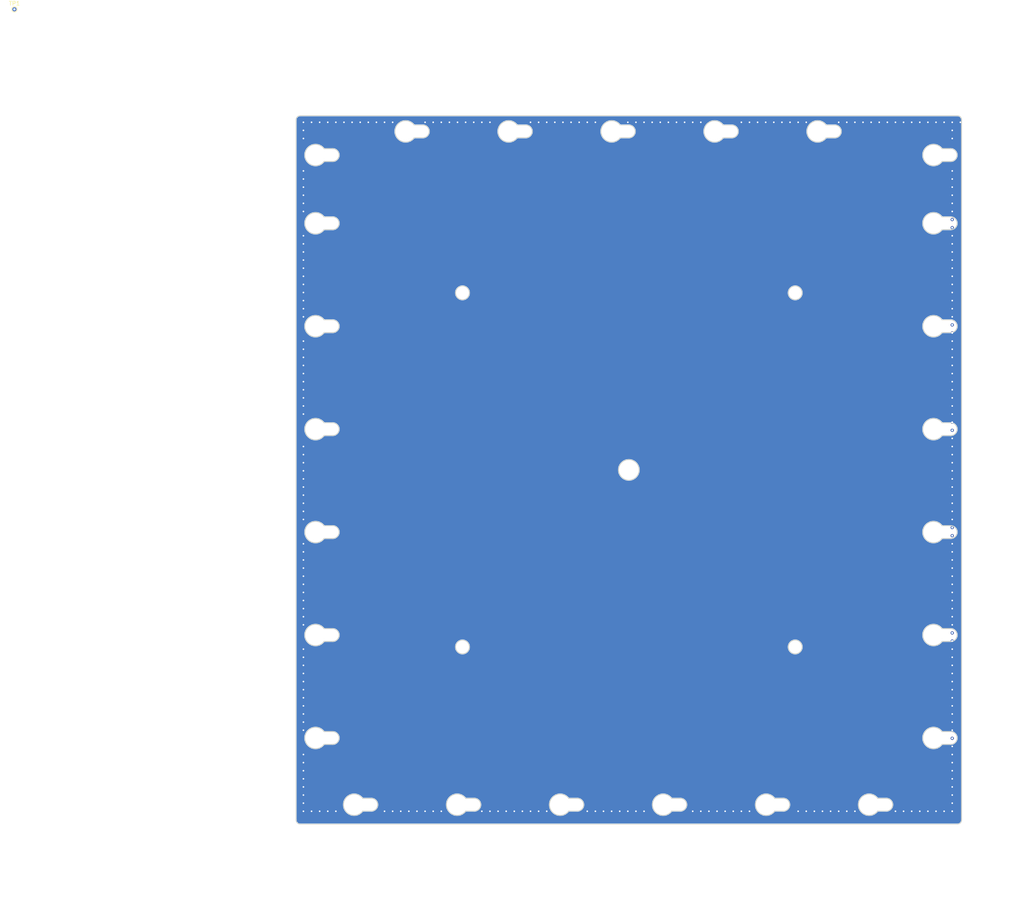
<source format=kicad_pcb>
(kicad_pcb (version 20221018) (generator pcbnew)
  (layers (0 "F.Cu" signal) (31 "B.Cu" signal) (34 "B.Paste" user) (35 "F.Paste" user) (36 "B.SilkS" user "B.Silkscreen") (37 "F.SilkS" user "F.Silkscreen") (38 "B.Mask" user) (39 "F.Mask" user) (44 "Edge.Cuts" user))
  (net 0 "")
  (net 1 "GND")
  (footprint "TestPoint:TestPoint_THTPad_D1.0mm_Drill0.5mm" (layer "F.Cu") (at -69.475 -27.275)
    (fp_text reference "TP1" (at 0 -1.448) (layer "F.SilkS"))
    (fp_text value "TestPoint")
    (fp_circle (center 0 0) (end 0 0.7) (stroke (width 0.12)) (fill none) (layer "F.SilkS"))
    (pad "1" thru_hole circle (at 0 0) (size 1 1) (drill 0.5) (layers "*.Cu" "*.Mask") (net 1 "GND"))
  )
  (gr_arc (start 1 173.745) (mid 0.292893 173.452107) (end 0 172.745) (stroke (width 0.25)) (layer "Edge.Cuts"))
  (gr_line (start 161.425 103.3075) (end 159.309373 103.3075) (stroke (width 0.25)) (layer "Edge.Cuts"))
  (gr_arc (start 118.034373 170.57) (mid 113.2625 168.9825) (end 118.034373 167.395) (stroke (width 0.25)) (layer "Edge.Cuts"))
  (gr_line (start 145.55 167.395) (end 143.434373 167.395) (stroke (width 0.25)) (layer "Edge.Cuts"))
  (gr_arc (start 120.15 167.395) (mid 121.7375 168.9825) (end 120.15 170.57) (stroke (width 0.25)) (layer "Edge.Cuts"))
  (gr_line (start 161.425 7.1) (end 159.309373 7.1) (stroke (width 0.25)) (layer "Edge.Cuts"))
  (gr_line (start 161.425 49.3325) (end 159.309373 49.3325) (stroke (width 0.25)) (layer "Edge.Cuts"))
  (gr_line (start 1 173.745) (end 163.1 173.745) (stroke (width 0.25)) (layer "Edge.Cuts"))
  (gr_line (start 0 0) (end 0 172.745) (stroke (width 0.25)) (layer "Edge.Cuts"))
  (gr_arc (start 18.55 167.395) (mid 20.1375 168.9825) (end 18.55 170.57) (stroke (width 0.25)) (layer "Edge.Cuts"))
  (gr_arc (start 67.234373 170.57) (mid 62.4625 168.9825) (end 67.234373 167.395) (stroke (width 0.25)) (layer "Edge.Cuts"))
  (gr_line (start 161.425 100.1325) (end 159.309373 100.1325) (stroke (width 0.25)) (layer "Edge.Cuts"))
  (gr_line (start 161.425 77.9075) (end 159.309373 77.9075) (stroke (width 0.25)) (layer "Edge.Cuts"))
  (gr_line (start 82.05 4.4375) (end 79.934373 4.4375) (stroke (width 0.25)) (layer "Edge.Cuts"))
  (gr_arc (start 161.425 7.1) (mid 163.0125 8.6875) (end 161.425 10.275) (stroke (width 0.25)) (layer "Edge.Cuts"))
  (gr_arc (start 9.025 100.1325) (mid 10.6125 101.72) (end 9.025 103.3075) (stroke (width 0.25)) (layer "Edge.Cuts"))
  (gr_line (start 161.425 74.7325) (end 159.309373 74.7325) (stroke (width 0.25)) (layer "Edge.Cuts"))
  (gr_line (start 9.025 23.9325) (end 6.909373 23.9325) (stroke (width 0.25)) (layer "Edge.Cuts"))
  (gr_line (start 1 -1) (end 163.1 -1) (stroke (width 0.25)) (layer "Edge.Cuts"))
  (gr_arc (start 6.909373 128.7075) (mid 2.1375 127.12) (end 6.909373 125.5325) (stroke (width 0.25)) (layer "Edge.Cuts"))
  (gr_line (start 9.025 49.3325) (end 6.909373 49.3325) (stroke (width 0.25)) (layer "Edge.Cuts"))
  (gr_line (start 9.025 27.1075) (end 6.909373 27.1075) (stroke (width 0.25)) (layer "Edge.Cuts"))
  (gr_arc (start 94.75 167.395) (mid 96.3375 168.9825) (end 94.75 170.57) (stroke (width 0.25)) (layer "Edge.Cuts"))
  (gr_arc (start 159.309373 27.1075) (mid 154.5375 25.52) (end 159.309373 23.9325) (stroke (width 0.25)) (layer "Edge.Cuts"))
  (gr_line (start 9.025 100.1325) (end 6.909373 100.1325) (stroke (width 0.25)) (layer "Edge.Cuts"))
  (gr_circle (center 123.075 130.05875) (end 124.8 130.05875) (stroke (width 0.25)) (fill none) (layer "Edge.Cuts"))
  (gr_arc (start 132.85 1.2625) (mid 134.4375 2.85) (end 132.85 4.4375) (stroke (width 0.25)) (layer "Edge.Cuts"))
  (gr_arc (start 6.909373 10.275) (mid 2.1375 8.6875) (end 6.909373 7.1) (stroke (width 0.25)) (layer "Edge.Cuts"))
  (gr_line (start 9.025 128.7075) (end 6.909373 128.7075) (stroke (width 0.25)) (layer "Edge.Cuts"))
  (gr_line (start 161.425 150.9325) (end 159.309373 150.9325) (stroke (width 0.25)) (layer "Edge.Cuts"))
  (gr_arc (start 6.909373 27.1075) (mid 2.1375 25.52) (end 6.909373 23.9325) (stroke (width 0.25)) (layer "Edge.Cuts"))
  (gr_line (start 161.425 10.275) (end 159.309373 10.275) (stroke (width 0.25)) (layer "Edge.Cuts"))
  (gr_arc (start 9.025 74.7325) (mid 10.6125 76.32) (end 9.025 77.9075) (stroke (width 0.25)) (layer "Edge.Cuts"))
  (gr_arc (start 9.025 125.5325) (mid 10.6125 127.12) (end 9.025 128.7075) (stroke (width 0.25)) (layer "Edge.Cuts"))
  (gr_line (start 31.25 4.4375) (end 29.134373 4.4375) (stroke (width 0.25)) (layer "Edge.Cuts"))
  (gr_line (start 161.425 23.9325) (end 159.309373 23.9325) (stroke (width 0.25)) (layer "Edge.Cuts"))
  (gr_line (start 43.95 167.395) (end 41.834373 167.395) (stroke (width 0.25)) (layer "Edge.Cuts"))
  (gr_line (start 31.25 1.2625) (end 29.134373 1.2625) (stroke (width 0.25)) (layer "Edge.Cuts"))
  (gr_arc (start 161.425 49.3325) (mid 163.0125 50.92) (end 161.425 52.5075) (stroke (width 0.25)) (layer "Edge.Cuts"))
  (gr_arc (start 92.634373 170.57) (mid 87.8625 168.9825) (end 92.634373 167.395) (stroke (width 0.25)) (layer "Edge.Cuts"))
  (gr_arc (start 163.1 -1) (mid 163.807107 -0.707107) (end 164.1 0) (stroke (width 0.25)) (layer "Edge.Cuts"))
  (gr_arc (start 161.425 74.7325) (mid 163.0125 76.32) (end 161.425 77.9075) (stroke (width 0.25)) (layer "Edge.Cuts"))
  (gr_line (start 18.55 170.57) (end 16.434373 170.57) (stroke (width 0.25)) (layer "Edge.Cuts"))
  (gr_circle (center 41.025 130.05875) (end 42.75 130.05875) (stroke (width 0.25)) (fill none) (layer "Edge.Cuts"))
  (gr_arc (start 130.734373 4.4375) (mid 125.9625 2.85) (end 130.734373 1.2625) (stroke (width 0.25)) (layer "Edge.Cuts"))
  (gr_line (start 161.425 128.7075) (end 159.309373 128.7075) (stroke (width 0.25)) (layer "Edge.Cuts"))
  (gr_line (start 82.05 1.2625) (end 79.934373 1.2625) (stroke (width 0.25)) (layer "Edge.Cuts"))
  (gr_arc (start 9.025 150.9325) (mid 10.6125 152.52) (end 9.025 154.1075) (stroke (width 0.25)) (layer "Edge.Cuts"))
  (gr_circle (center 123.075 42.68625) (end 124.8 42.68625) (stroke (width 0.25)) (fill none) (layer "Edge.Cuts"))
  (gr_line (start 9.025 154.1075) (end 6.909373 154.1075) (stroke (width 0.25)) (layer "Edge.Cuts"))
  (gr_arc (start 159.309373 77.9075) (mid 154.5375 76.32) (end 159.309373 74.7325) (stroke (width 0.25)) (layer "Edge.Cuts"))
  (gr_arc (start 69.35 167.395) (mid 70.9375 168.9825) (end 69.35 170.57) (stroke (width 0.25)) (layer "Edge.Cuts"))
  (gr_arc (start 105.334373 4.4375) (mid 100.5625 2.85) (end 105.334373 1.2625) (stroke (width 0.25)) (layer "Edge.Cuts"))
  (gr_circle (center 41.025 42.68625) (end 42.75 42.68625) (stroke (width 0.25)) (fill none) (layer "Edge.Cuts"))
  (gr_line (start 9.025 103.3075) (end 6.909373 103.3075) (stroke (width 0.25)) (layer "Edge.Cuts"))
  (gr_line (start 9.025 77.9075) (end 6.909373 77.9075) (stroke (width 0.25)) (layer "Edge.Cuts"))
  (gr_arc (start 159.309373 10.275) (mid 154.5375 8.6875) (end 159.309373 7.1) (stroke (width 0.25)) (layer "Edge.Cuts"))
  (gr_line (start 132.85 1.2625) (end 130.734373 1.2625) (stroke (width 0.25)) (layer "Edge.Cuts"))
  (gr_line (start 164.1 172.745) (end 164.1 0) (stroke (width 0.25)) (layer "Edge.Cuts"))
  (gr_line (start 9.025 7.1) (end 6.909373 7.1) (stroke (width 0.25)) (layer "Edge.Cuts"))
  (gr_line (start 9.025 150.9325) (end 6.909373 150.9325) (stroke (width 0.25)) (layer "Edge.Cuts"))
  (gr_line (start 9.025 125.5325) (end 6.909373 125.5325) (stroke (width 0.25)) (layer "Edge.Cuts"))
  (gr_line (start 94.75 167.395) (end 92.634373 167.395) (stroke (width 0.25)) (layer "Edge.Cuts"))
  (gr_arc (start 43.95 167.395) (mid 45.5375 168.9825) (end 43.95 170.57) (stroke (width 0.25)) (layer "Edge.Cuts"))
  (gr_arc (start 6.909373 77.9075) (mid 2.1375 76.32) (end 6.909373 74.7325) (stroke (width 0.25)) (layer "Edge.Cuts"))
  (gr_arc (start 143.434373 170.57) (mid 138.6625 168.9825) (end 143.434373 167.395) (stroke (width 0.25)) (layer "Edge.Cuts"))
  (gr_line (start 94.75 170.57) (end 92.634373 170.57) (stroke (width 0.25)) (layer "Edge.Cuts"))
  (gr_line (start 120.15 170.57) (end 118.034373 170.57) (stroke (width 0.25)) (layer "Edge.Cuts"))
  (gr_line (start 9.025 74.7325) (end 6.909373 74.7325) (stroke (width 0.25)) (layer "Edge.Cuts"))
  (gr_arc (start 161.425 150.9325) (mid 163.0125 152.52) (end 161.425 154.1075) (stroke (width 0.25)) (layer "Edge.Cuts"))
  (gr_arc (start 16.434373 170.57) (mid 11.6625 168.9825) (end 16.434373 167.395) (stroke (width 0.25)) (layer "Edge.Cuts"))
  (gr_line (start 132.85 4.4375) (end 130.734373 4.4375) (stroke (width 0.25)) (layer "Edge.Cuts"))
  (gr_line (start 107.45 4.4375) (end 105.334373 4.4375) (stroke (width 0.25)) (layer "Edge.Cuts"))
  (gr_arc (start 159.309373 103.3075) (mid 154.5375 101.72) (end 159.309373 100.1325) (stroke (width 0.25)) (layer "Edge.Cuts"))
  (gr_line (start 161.425 154.1075) (end 159.309373 154.1075) (stroke (width 0.25)) (layer "Edge.Cuts"))
  (gr_arc (start 79.934373 4.4375) (mid 75.1625 2.85) (end 79.934373 1.2625) (stroke (width 0.25)) (layer "Edge.Cuts"))
  (gr_arc (start 161.425 23.9325) (mid 163.0125 25.52) (end 161.425 27.1075) (stroke (width 0.25)) (layer "Edge.Cuts"))
  (gr_line (start 9.025 52.5075) (end 6.909373 52.5075) (stroke (width 0.25)) (layer "Edge.Cuts"))
  (gr_arc (start 161.425 100.1325) (mid 163.0125 101.72) (end 161.425 103.3075) (stroke (width 0.25)) (layer "Edge.Cuts"))
  (gr_line (start 161.425 52.5075) (end 159.309373 52.5075) (stroke (width 0.25)) (layer "Edge.Cuts"))
  (gr_line (start 161.425 27.1075) (end 159.309373 27.1075) (stroke (width 0.25)) (layer "Edge.Cuts"))
  (gr_arc (start 6.909373 103.3075) (mid 2.1375 101.72) (end 6.909373 100.1325) (stroke (width 0.25)) (layer "Edge.Cuts"))
  (gr_arc (start 41.834373 170.57) (mid 37.0625 168.9825) (end 41.834373 167.395) (stroke (width 0.25)) (layer "Edge.Cuts"))
  (gr_line (start 107.45 1.2625) (end 105.334373 1.2625) (stroke (width 0.25)) (layer "Edge.Cuts"))
  (gr_arc (start 6.909373 52.5075) (mid 2.1375 50.92) (end 6.909373 49.3325) (stroke (width 0.25)) (layer "Edge.Cuts"))
  (gr_line (start 43.95 170.57) (end 41.834373 170.57) (stroke (width 0.25)) (layer "Edge.Cuts"))
  (gr_arc (start 6.909373 154.1075) (mid 2.1375 152.52) (end 6.909373 150.9325) (stroke (width 0.25)) (layer "Edge.Cuts"))
  (gr_line (start 56.65 4.4375) (end 54.534373 4.4375) (stroke (width 0.25)) (layer "Edge.Cuts"))
  (gr_line (start 69.35 170.57) (end 67.234373 170.57) (stroke (width 0.25)) (layer "Edge.Cuts"))
  (gr_arc (start 31.25 1.2625) (mid 32.8375 2.85) (end 31.25 4.4375) (stroke (width 0.25)) (layer "Edge.Cuts"))
  (gr_arc (start 145.55 167.395) (mid 147.1375 168.9825) (end 145.55 170.57) (stroke (width 0.25)) (layer "Edge.Cuts"))
  (gr_arc (start 54.534373 4.4375) (mid 49.7625 2.85) (end 54.534373 1.2625) (stroke (width 0.25)) (layer "Edge.Cuts"))
  (gr_line (start 56.65 1.2625) (end 54.534373 1.2625) (stroke (width 0.25)) (layer "Edge.Cuts"))
  (gr_arc (start 9.025 7.1) (mid 10.6125 8.6875) (end 9.025 10.275) (stroke (width 0.25)) (layer "Edge.Cuts"))
  (gr_arc (start 159.309373 154.1075) (mid 154.5375 152.52) (end 159.309373 150.9325) (stroke (width 0.25)) (layer "Edge.Cuts"))
  (gr_arc (start 9.025 49.3325) (mid 10.6125 50.92) (end 9.025 52.5075) (stroke (width 0.25)) (layer "Edge.Cuts"))
  (gr_arc (start 107.45 1.2625) (mid 109.0375 2.85) (end 107.45 4.4375) (stroke (width 0.25)) (layer "Edge.Cuts"))
  (gr_arc (start 159.309373 128.7075) (mid 154.5375 127.12) (end 159.309373 125.5325) (stroke (width 0.25)) (layer "Edge.Cuts"))
  (gr_arc (start 29.134373 4.4375) (mid 24.3625 2.85) (end 29.134373 1.2625) (stroke (width 0.25)) (layer "Edge.Cuts"))
  (gr_arc (start 164.1 172.745) (mid 163.807107 173.452107) (end 163.1 173.745) (stroke (width 0.25)) (layer "Edge.Cuts"))
  (gr_line (start 69.35 167.395) (end 67.234373 167.395) (stroke (width 0.25)) (layer "Edge.Cuts"))
  (gr_arc (start 159.309373 52.5075) (mid 154.5375 50.92) (end 159.309373 49.3325) (stroke (width 0.25)) (layer "Edge.Cuts"))
  (gr_arc (start 82.05 1.2625) (mid 83.6375 2.85) (end 82.05 4.4375) (stroke (width 0.25)) (layer "Edge.Cuts"))
  (gr_line (start 161.425 125.5325) (end 159.309373 125.5325) (stroke (width 0.25)) (layer "Edge.Cuts"))
  (gr_line (start 9.025 10.275) (end 6.909373 10.275) (stroke (width 0.25)) (layer "Edge.Cuts"))
  (gr_line (start 18.55 167.395) (end 16.434373 167.395) (stroke (width 0.25)) (layer "Edge.Cuts"))
  (gr_arc (start 56.65 1.2625) (mid 58.2375 2.85) (end 56.65 4.4375) (stroke (width 0.25)) (layer "Edge.Cuts"))
  (gr_arc (start 0 0) (mid 0.292893 -0.707107) (end 1 -1) (stroke (width 0.25)) (layer "Edge.Cuts"))
  (gr_line (start 145.55 170.57) (end 143.434373 170.57) (stroke (width 0.25)) (layer "Edge.Cuts"))
  (gr_arc (start 9.025 23.9325) (mid 10.6125 25.52) (end 9.025 27.1075) (stroke (width 0.25)) (layer "Edge.Cuts"))
  (gr_line (start 120.15 167.395) (end 118.034373 167.395) (stroke (width 0.25)) (layer "Edge.Cuts"))
  (gr_circle (center 82.05 86.3725) (end 84.6027 86.3725) (stroke (width 0.25)) (fill none) (layer "Edge.Cuts"))
  (gr_arc (start 161.425 125.5325) (mid 163.0125 127.12) (end 161.425 128.7075) (stroke (width 0.25)) (layer "Edge.Cuts"))
  (via (at 161.8 110.6) (size 0.8) (drill 0.4) (layers "F.Cu" "B.Cu") (net 1))
  (via (at 57.8 0.6) (size 0.8) (drill 0.4) (layers "F.Cu" "B.Cu") (net 1))
  (via (at 133.8 0.6) (size 0.8) (drill 0.4) (layers "F.Cu" "B.Cu") (net 1))
  (via (at 141.8 0.6) (size 0.8) (drill 0.4) (layers "F.Cu" "B.Cu") (net 1))
  (via (at 95.8 0.6) (size 0.8) (drill 0.4) (layers "F.Cu" "B.Cu") (net 1))
  (via (at 1.8 94.6) (size 0.8) (drill 0.4) (layers "F.Cu" "B.Cu") (net 1))
  (via (at 1.8 104.6) (size 0.8) (drill 0.4) (layers "F.Cu" "B.Cu") (net 1))
  (via (at 21.8 0.6) (size 0.8) (drill 0.4) (layers "F.Cu" "B.Cu") (net 1))
  (via (at 145.8 0.6) (size 0.8) (drill 0.4) (layers "F.Cu" "B.Cu") (net 1))
  (via (at 1.8 2.6) (size 0.8) (drill 0.4) (layers "F.Cu" "B.Cu") (net 1))
  (via (at 161.8 30.6) (size 0.8) (drill 0.4) (layers "F.Cu" "B.Cu") (net 1))
  (via (at 1.8 64.6) (size 0.8) (drill 0.4) (layers "F.Cu" "B.Cu") (net 1))
  (via (at 1.8 12.6) (size 0.8) (drill 0.4) (layers "F.Cu" "B.Cu") (net 1))
  (via (at 81.8 170.6) (size 0.8) (drill 0.4) (layers "F.Cu" "B.Cu") (net 1))
  (via (at 97.8 0.6) (size 0.8) (drill 0.4) (layers "F.Cu" "B.Cu") (net 1))
  (via (at 37.8 0.6) (size 0.8) (drill 0.4) (layers "F.Cu" "B.Cu") (net 1))
  (via (at 161.8 72.6) (size 0.8) (drill 0.4) (layers "F.Cu" "B.Cu") (net 1))
  (via (at 161.8 12.6) (size 0.8) (drill 0.4) (layers "F.Cu" "B.Cu") (net 1))
  (via (at 5.8 170.6) (size 0.8) (drill 0.4) (layers "F.Cu" "B.Cu") (net 1))
  (via (at 161.8 96.6) (size 0.8) (drill 0.4) (layers "F.Cu" "B.Cu") (net 1))
  (via (at 99.8 0.6) (size 0.8) (drill 0.4) (layers "F.Cu" "B.Cu") (net 1))
  (via (at 1.8 112.6) (size 0.8) (drill 0.4) (layers "F.Cu" "B.Cu") (net 1))
  (via (at 161.8 88.6) (size 0.8) (drill 0.4) (layers "F.Cu" "B.Cu") (net 1))
  (via (at 1.8 16.6) (size 0.8) (drill 0.4) (layers "F.Cu" "B.Cu") (net 1))
  (via (at 147.8 170.6) (size 0.8) (drill 0.4) (layers "F.Cu" "B.Cu") (net 1))
  (via (at 149.8 170.6) (size 0.8) (drill 0.4) (layers "F.Cu" "B.Cu") (net 1))
  (via (at 35.8 170.6) (size 0.8) (drill 0.4) (layers "F.Cu" "B.Cu") (net 1))
  (via (at 161.8 86.6) (size 0.8) (drill 0.4) (layers "F.Cu" "B.Cu") (net 1))
  (via (at 161.8 20.6) (size 0.8) (drill 0.4) (layers "F.Cu" "B.Cu") (net 1))
  (via (at 85.8 170.6) (size 0.8) (drill 0.4) (layers "F.Cu" "B.Cu") (net 1))
  (via (at 1.8 170.6) (size 0.8) (drill 0.4) (layers "F.Cu" "B.Cu") (net 1))
  (via (at 161.8 32.6) (size 0.8) (drill 0.4) (layers "F.Cu" "B.Cu") (net 1))
  (via (at 101.8 170.6) (size 0.8) (drill 0.4) (layers "F.Cu" "B.Cu") (net 1))
  (via (at 161.8 170.6) (size 0.8) (drill 0.4) (layers "F.Cu" "B.Cu") (net 1))
  (via (at 97.8 170.6) (size 0.8) (drill 0.4) (layers "F.Cu" "B.Cu") (net 1))
  (via (at 63.8 0.6) (size 0.8) (drill 0.4) (layers "F.Cu" "B.Cu") (net 1))
  (via (at 1.8 134.6) (size 0.8) (drill 0.4) (layers "F.Cu" "B.Cu") (net 1))
  (via (at 1.8 144.6) (size 0.8) (drill 0.4) (layers "F.Cu" "B.Cu") (net 1))
  (via (at 161.8 66.6) (size 0.8) (drill 0.4) (layers "F.Cu" "B.Cu") (net 1))
  (via (at 161.8 52.6) (size 0.8) (drill 0.4) (layers "F.Cu" "B.Cu") (net 1))
  (via (at 1.8 28.6) (size 0.8) (drill 0.4) (layers "F.Cu" "B.Cu") (net 1))
  (via (at 1.8 82.6) (size 0.8) (drill 0.4) (layers "F.Cu" "B.Cu") (net 1))
  (via (at 161.8 78.6) (size 0.8) (drill 0.4) (layers "F.Cu" "B.Cu") (net 1))
  (via (at 1.8 60.6) (size 0.8) (drill 0.4) (layers "F.Cu" "B.Cu") (net 1))
  (via (at 151.8 0.6) (size 0.8) (drill 0.4) (layers "F.Cu" "B.Cu") (net 1))
  (via (at 161.8 26.6) (size 0.8) (drill 0.4) (layers "F.Cu" "B.Cu") (net 1))
  (via (at 161.8 112.6) (size 0.8) (drill 0.4) (layers "F.Cu" "B.Cu") (net 1))
  (via (at 1.8 4.6) (size 0.8) (drill 0.4) (layers "F.Cu" "B.Cu") (net 1))
  (via (at 91.8 0.6) (size 0.8) (drill 0.4) (layers "F.Cu" "B.Cu") (net 1))
  (via (at 19.8 0.6) (size 0.8) (drill 0.4) (layers "F.Cu" "B.Cu") (net 1))
  (via (at 1.8 54.6) (size 0.8) (drill 0.4) (layers "F.Cu" "B.Cu") (net 1))
  (via (at 161.8 70.6) (size 0.8) (drill 0.4) (layers "F.Cu" "B.Cu") (net 1))
  (via (at 1.8 70.6) (size 0.8) (drill 0.4) (layers "F.Cu" "B.Cu") (net 1))
  (via (at 157.8 0.6) (size 0.8) (drill 0.4) (layers "F.Cu" "B.Cu") (net 1))
  (via (at 135.8 0.6) (size 0.8) (drill 0.4) (layers "F.Cu" "B.Cu") (net 1))
  (via (at 47.8 170.6) (size 0.8) (drill 0.4) (layers "F.Cu" "B.Cu") (net 1))
  (via (at 43.8 0.6) (size 0.8) (drill 0.4) (layers "F.Cu" "B.Cu") (net 1))
  (via (at 161.8 22.6) (size 0.8) (drill 0.4) (layers "F.Cu" "B.Cu") (net 1))
  (via (at 115.8 0.6) (size 0.8) (drill 0.4) (layers "F.Cu" "B.Cu") (net 1))
  (via (at 161.8 160.6) (size 0.8) (drill 0.4) (layers "F.Cu" "B.Cu") (net 1))
  (via (at 161.8 34.6) (size 0.8) (drill 0.4) (layers "F.Cu" "B.Cu") (net 1))
  (via (at 161.8 154.6) (size 0.8) (drill 0.4) (layers "F.Cu" "B.Cu") (net 1))
  (via (at 15.8 0.6) (size 0.8) (drill 0.4) (layers "F.Cu" "B.Cu") (net 1))
  (via (at 1.8 88.6) (size 0.8) (drill 0.4) (layers "F.Cu" "B.Cu") (net 1))
  (via (at 103.8 170.6) (size 0.8) (drill 0.4) (layers "F.Cu" "B.Cu") (net 1))
  (via (at 161.8 126.6) (size 0.8) (drill 0.4) (layers "F.Cu" "B.Cu") (net 1))
  (via (at 9.8 0.6) (size 0.8) (drill 0.4) (layers "F.Cu" "B.Cu") (net 1))
  (via (at 161.8 144.6) (size 0.8) (drill 0.4) (layers "F.Cu" "B.Cu") (net 1))
  (via (at 135.8 170.6) (size 0.8) (drill 0.4) (layers "F.Cu" "B.Cu") (net 1))
  (via (at 161.8 24.6) (size 0.8) (drill 0.4) (layers "F.Cu" "B.Cu") (net 1))
  (via (at 1.8 124.6) (size 0.8) (drill 0.4) (layers "F.Cu" "B.Cu") (net 1))
  (via (at 1.8 156.6) (size 0.8) (drill 0.4) (layers "F.Cu" "B.Cu") (net 1))
  (via (at 161.8 56.6) (size 0.8) (drill 0.4) (layers "F.Cu" "B.Cu") (net 1))
  (via (at 75.8 170.6) (size 0.8) (drill 0.4) (layers "F.Cu" "B.Cu") (net 1))
  (via (at 161.8 28.6) (size 0.8) (drill 0.4) (layers "F.Cu" "B.Cu") (net 1))
  (via (at 161.8 114.6) (size 0.8) (drill 0.4) (layers "F.Cu" "B.Cu") (net 1))
  (via (at 161.8 84.6) (size 0.8) (drill 0.4) (layers "F.Cu" "B.Cu") (net 1))
  (via (at 111.8 170.6) (size 0.8) (drill 0.4) (layers "F.Cu" "B.Cu") (net 1))
  (via (at 161.8 68.6) (size 0.8) (drill 0.4) (layers "F.Cu" "B.Cu") (net 1))
  (via (at 1.8 86.6) (size 0.8) (drill 0.4) (layers "F.Cu" "B.Cu") (net 1))
  (via (at 109.8 0.6) (size 0.8) (drill 0.4) (layers "F.Cu" "B.Cu") (net 1))
  (via (at 127.8 170.6) (size 0.8) (drill 0.4) (layers "F.Cu" "B.Cu") (net 1))
  (via (at 133.8 170.6) (size 0.8) (drill 0.4) (layers "F.Cu" "B.Cu") (net 1))
  (via (at 143.8 0.6) (size 0.8) (drill 0.4) (layers "F.Cu" "B.Cu") (net 1))
  (via (at 89.8 0.6) (size 0.8) (drill 0.4) (layers "F.Cu" "B.Cu") (net 1))
  (via (at 161.8 44.6) (size 0.8) (drill 0.4) (layers "F.Cu" "B.Cu") (net 1))
  (via (at 161.8 38.6) (size 0.8) (drill 0.4) (layers "F.Cu" "B.Cu") (net 1))
  (via (at 161.8 146.6) (size 0.8) (drill 0.4) (layers "F.Cu" "B.Cu") (net 1))
  (via (at 161.8 122.6) (size 0.8) (drill 0.4) (layers "F.Cu" "B.Cu") (net 1))
  (via (at 73.8 170.6) (size 0.8) (drill 0.4) (layers "F.Cu" "B.Cu") (net 1))
  (via (at 1.8 44.6) (size 0.8) (drill 0.4) (layers "F.Cu" "B.Cu") (net 1))
  (via (at 9.8 170.6) (size 0.8) (drill 0.4) (layers "F.Cu" "B.Cu") (net 1))
  (via (at 161.8 4.6) (size 0.8) (drill 0.4) (layers "F.Cu" "B.Cu") (net 1))
  (via (at 1.8 132.6) (size 0.8) (drill 0.4) (layers "F.Cu" "B.Cu") (net 1))
  (via (at 161.8 150.6) (size 0.8) (drill 0.4) (layers "F.Cu" "B.Cu") (net 1))
  (via (at 1.8 148.6) (size 0.8) (drill 0.4) (layers "F.Cu" "B.Cu") (net 1))
  (via (at 45.8 170.6) (size 0.8) (drill 0.4) (layers "F.Cu" "B.Cu") (net 1))
  (via (at 1.8 150.6) (size 0.8) (drill 0.4) (layers "F.Cu" "B.Cu") (net 1))
  (via (at 161.8 138.6) (size 0.8) (drill 0.4) (layers "F.Cu" "B.Cu") (net 1))
  (via (at 79.8 170.6) (size 0.8) (drill 0.4) (layers "F.Cu" "B.Cu") (net 1))
  (via (at 161.8 54.6) (size 0.8) (drill 0.4) (layers "F.Cu" "B.Cu") (net 1))
  (via (at 99.8 170.6) (size 0.8) (drill 0.4) (layers "F.Cu" "B.Cu") (net 1))
  (via (at 1.8 122.6) (size 0.8) (drill 0.4) (layers "F.Cu" "B.Cu") (net 1))
  (via (at 105.8 170.6) (size 0.8) (drill 0.4) (layers "F.Cu" "B.Cu") (net 1))
  (via (at 1.8 80.6) (size 0.8) (drill 0.4) (layers "F.Cu" "B.Cu") (net 1))
  (via (at 129.8 170.6) (size 0.8) (drill 0.4) (layers "F.Cu" "B.Cu") (net 1))
  (via (at 161.8 128.6) (size 0.8) (drill 0.4) (layers "F.Cu" "B.Cu") (net 1))
  (via (at 151.8 170.6) (size 0.8) (drill 0.4) (layers "F.Cu" "B.Cu") (net 1))
  (via (at 13.8 0.6) (size 0.8) (drill 0.4) (layers "F.Cu" "B.Cu") (net 1))
  (via (at 161.8 166.6) (size 0.8) (drill 0.4) (layers "F.Cu" "B.Cu") (net 1))
  (via (at 1.8 168.6) (size 0.8) (drill 0.4) (layers "F.Cu" "B.Cu") (net 1))
  (via (at 1.8 114.6) (size 0.8) (drill 0.4) (layers "F.Cu" "B.Cu") (net 1))
  (via (at 1.8 138.6) (size 0.8) (drill 0.4) (layers "F.Cu" "B.Cu") (net 1))
  (via (at 161.8 82.6) (size 0.8) (drill 0.4) (layers "F.Cu" "B.Cu") (net 1))
  (via (at 161.8 36.6) (size 0.8) (drill 0.4) (layers "F.Cu" "B.Cu") (net 1))
  (via (at 119.8 0.6) (size 0.8) (drill 0.4) (layers "F.Cu" "B.Cu") (net 1))
  (via (at 1.8 0.6) (size 0.8) (drill 0.4) (layers "F.Cu" "B.Cu") (net 1))
  (via (at 41.8 0.6) (size 0.8) (drill 0.4) (layers "F.Cu" "B.Cu") (net 1))
  (via (at 161.8 116.6) (size 0.8) (drill 0.4) (layers "F.Cu" "B.Cu") (net 1))
  (via (at 1.8 160.6) (size 0.8) (drill 0.4) (layers "F.Cu" "B.Cu") (net 1))
  (via (at 33.8 170.6) (size 0.8) (drill 0.4) (layers "F.Cu" "B.Cu") (net 1))
  (via (at 1.8 40.6) (size 0.8) (drill 0.4) (layers "F.Cu" "B.Cu") (net 1))
  (via (at 81.8 0.6) (size 0.8) (drill 0.4) (layers "F.Cu" "B.Cu") (net 1))
  (via (at 1.8 34.6) (size 0.8) (drill 0.4) (layers "F.Cu" "B.Cu") (net 1))
  (via (at 161.8 60.6) (size 0.8) (drill 0.4) (layers "F.Cu" "B.Cu") (net 1))
  (via (at 161.8 40.6) (size 0.8) (drill 0.4) (layers "F.Cu" "B.Cu") (net 1))
  (via (at 1.8 66.6) (size 0.8) (drill 0.4) (layers "F.Cu" "B.Cu") (net 1))
  (via (at 69.8 0.6) (size 0.8) (drill 0.4) (layers "F.Cu" "B.Cu") (net 1))
  (via (at 31.8 0.6) (size 0.8) (drill 0.4) (layers "F.Cu" "B.Cu") (net 1))
  (via (at 159.8 170.6) (size 0.8) (drill 0.4) (layers "F.Cu" "B.Cu") (net 1))
  (via (at 161.8 16.6) (size 0.8) (drill 0.4) (layers "F.Cu" "B.Cu") (net 1))
  (via (at 161.8 158.6) (size 0.8) (drill 0.4) (layers "F.Cu" "B.Cu") (net 1))
  (via (at 137.8 0.6) (size 0.8) (drill 0.4) (layers "F.Cu" "B.Cu") (net 1))
  (via (at 161.8 74.6) (size 0.8) (drill 0.4) (layers "F.Cu" "B.Cu") (net 1))
  (via (at 77.8 170.6) (size 0.8) (drill 0.4) (layers "F.Cu" "B.Cu") (net 1))
  (via (at 1.8 108.6) (size 0.8) (drill 0.4) (layers "F.Cu" "B.Cu") (net 1))
  (via (at 1.8 106.6) (size 0.8) (drill 0.4) (layers "F.Cu" "B.Cu") (net 1))
  (via (at 1.8 146.6) (size 0.8) (drill 0.4) (layers "F.Cu" "B.Cu") (net 1))
  (via (at 123.8 0.6) (size 0.8) (drill 0.4) (layers "F.Cu" "B.Cu") (net 1))
  (via (at 57.8 170.6) (size 0.8) (drill 0.4) (layers "F.Cu" "B.Cu") (net 1))
  (via (at 1.8 142.6) (size 0.8) (drill 0.4) (layers "F.Cu" "B.Cu") (net 1))
  (via (at 161.8 120.6) (size 0.8) (drill 0.4) (layers "F.Cu" "B.Cu") (net 1))
  (via (at 1.8 118.6) (size 0.8) (drill 0.4) (layers "F.Cu" "B.Cu") (net 1))
  (via (at 27.8 170.6) (size 0.8) (drill 0.4) (layers "F.Cu" "B.Cu") (net 1))
  (via (at 161.8 104.6) (size 0.8) (drill 0.4) (layers "F.Cu" "B.Cu") (net 1))
  (via (at 1.8 20.6) (size 0.8) (drill 0.4) (layers "F.Cu" "B.Cu") (net 1))
  (via (at 1.8 158.6) (size 0.8) (drill 0.4) (layers "F.Cu" "B.Cu") (net 1))
  (via (at 1.8 30.6) (size 0.8) (drill 0.4) (layers "F.Cu" "B.Cu") (net 1))
  (via (at 5.8 0.6) (size 0.8) (drill 0.4) (layers "F.Cu" "B.Cu") (net 1))
  (via (at 161.8 162.6) (size 0.8) (drill 0.4) (layers "F.Cu" "B.Cu") (net 1))
  (via (at 67.8 0.6) (size 0.8) (drill 0.4) (layers "F.Cu" "B.Cu") (net 1))
  (via (at 55.8 170.6) (size 0.8) (drill 0.4) (layers "F.Cu" "B.Cu") (net 1))
  (via (at 153.8 170.6) (size 0.8) (drill 0.4) (layers "F.Cu" "B.Cu") (net 1))
  (via (at 161.8 156.6) (size 0.8) (drill 0.4) (layers "F.Cu" "B.Cu") (net 1))
  (via (at 161.8 140.6) (size 0.8) (drill 0.4) (layers "F.Cu" "B.Cu") (net 1))
  (via (at 147.8 0.6) (size 0.8) (drill 0.4) (layers "F.Cu" "B.Cu") (net 1))
  (via (at 161.8 168.6) (size 0.8) (drill 0.4) (layers "F.Cu" "B.Cu") (net 1))
  (via (at 109.8 170.6) (size 0.8) (drill 0.4) (layers "F.Cu" "B.Cu") (net 1))
  (via (at 1.8 36.6) (size 0.8) (drill 0.4) (layers "F.Cu" "B.Cu") (net 1))
  (via (at 83.8 170.6) (size 0.8) (drill 0.4) (layers "F.Cu" "B.Cu") (net 1))
  (via (at 39.8 0.6) (size 0.8) (drill 0.4) (layers "F.Cu" "B.Cu") (net 1))
  (via (at 161.8 94.6) (size 0.8) (drill 0.4) (layers "F.Cu" "B.Cu") (net 1))
  (via (at 123.8 170.6) (size 0.8) (drill 0.4) (layers "F.Cu" "B.Cu") (net 1))
  (via (at 1.8 58.6) (size 0.8) (drill 0.4) (layers "F.Cu" "B.Cu") (net 1))
  (via (at 51.8 170.6) (size 0.8) (drill 0.4) (layers "F.Cu" "B.Cu") (net 1))
  (via (at 161.8 98.6) (size 0.8) (drill 0.4) (layers "F.Cu" "B.Cu") (net 1))
  (via (at 161.8 50.6) (size 0.8) (drill 0.4) (layers "F.Cu" "B.Cu") (net 1))
  (via (at 163.8 0.6) (size 0.8) (drill 0.4) (layers "F.Cu" "B.Cu") (net 1))
  (via (at 25.8 170.6) (size 0.8) (drill 0.4) (layers "F.Cu" "B.Cu") (net 1))
  (via (at 1.8 162.6) (size 0.8) (drill 0.4) (layers "F.Cu" "B.Cu") (net 1))
  (via (at 23.8 0.6) (size 0.8) (drill 0.4) (layers "F.Cu" "B.Cu") (net 1))
  (via (at 121.8 0.6) (size 0.8) (drill 0.4) (layers "F.Cu" "B.Cu") (net 1))
  (via (at 1.8 14.6) (size 0.8) (drill 0.4) (layers "F.Cu" "B.Cu") (net 1))
  (via (at 111.8 0.6) (size 0.8) (drill 0.4) (layers "F.Cu" "B.Cu") (net 1))
  (via (at 153.8 0.6) (size 0.8) (drill 0.4) (layers "F.Cu" "B.Cu") (net 1))
  (via (at 1.8 62.6) (size 0.8) (drill 0.4) (layers "F.Cu" "B.Cu") (net 1))
  (via (at 1.8 96.6) (size 0.8) (drill 0.4) (layers "F.Cu" "B.Cu") (net 1))
  (via (at 7.8 0.6) (size 0.8) (drill 0.4) (layers "F.Cu" "B.Cu") (net 1))
  (via (at 161.8 90.6) (size 0.8) (drill 0.4) (layers "F.Cu" "B.Cu") (net 1))
  (via (at 1.8 130.6) (size 0.8) (drill 0.4) (layers "F.Cu" "B.Cu") (net 1))
  (via (at 1.8 136.6) (size 0.8) (drill 0.4) (layers "F.Cu" "B.Cu") (net 1))
  (via (at 161.8 42.6) (size 0.8) (drill 0.4) (layers "F.Cu" "B.Cu") (net 1))
  (via (at 161.8 0.6) (size 0.8) (drill 0.4) (layers "F.Cu" "B.Cu") (net 1))
  (via (at 47.8 0.6) (size 0.8) (drill 0.4) (layers "F.Cu" "B.Cu") (net 1))
  (via (at 1.8 116.6) (size 0.8) (drill 0.4) (layers "F.Cu" "B.Cu") (net 1))
  (via (at 161.8 2.6) (size 0.8) (drill 0.4) (layers "F.Cu" "B.Cu") (net 1))
  (via (at 45.8 0.6) (size 0.8) (drill 0.4) (layers "F.Cu" "B.Cu") (net 1))
  (via (at 1.8 110.6) (size 0.8) (drill 0.4) (layers "F.Cu" "B.Cu") (net 1))
  (via (at 117.8 0.6) (size 0.8) (drill 0.4) (layers "F.Cu" "B.Cu") (net 1))
  (via (at 87.8 0.6) (size 0.8) (drill 0.4) (layers "F.Cu" "B.Cu") (net 1))
  (via (at 1.8 18.6) (size 0.8) (drill 0.4) (layers "F.Cu" "B.Cu") (net 1))
  (via (at 1.8 166.6) (size 0.8) (drill 0.4) (layers "F.Cu" "B.Cu") (net 1))
  (via (at 59.8 170.6) (size 0.8) (drill 0.4) (layers "F.Cu" "B.Cu") (net 1))
  (via (at 137.8 170.6) (size 0.8) (drill 0.4) (layers "F.Cu" "B.Cu") (net 1))
  (via (at 161.8 80.6) (size 0.8) (drill 0.4) (layers "F.Cu" "B.Cu") (net 1))
  (via (at 1.8 22.6) (size 0.8) (drill 0.4) (layers "F.Cu" "B.Cu") (net 1))
  (via (at 1.8 90.6) (size 0.8) (drill 0.4) (layers "F.Cu" "B.Cu") (net 1))
  (via (at 161.8 48.6) (size 0.8) (drill 0.4) (layers "F.Cu" "B.Cu") (net 1))
  (via (at 53.8 170.6) (size 0.8) (drill 0.4) (layers "F.Cu" "B.Cu") (net 1))
  (via (at 125.8 0.6) (size 0.8) (drill 0.4) (layers "F.Cu" "B.Cu") (net 1))
  (via (at 1.8 140.6) (size 0.8) (drill 0.4) (layers "F.Cu" "B.Cu") (net 1))
  (via (at 161.8 14.6) (size 0.8) (drill 0.4) (layers "F.Cu" "B.Cu") (net 1))
  (via (at 161.8 58.6) (size 0.8) (drill 0.4) (layers "F.Cu" "B.Cu") (net 1))
  (via (at 161.8 100.6) (size 0.8) (drill 0.4) (layers "F.Cu" "B.Cu") (net 1))
  (via (at 85.8 0.6) (size 0.8) (drill 0.4) (layers "F.Cu" "B.Cu") (net 1))
  (via (at 161.8 142.6) (size 0.8) (drill 0.4) (layers "F.Cu" "B.Cu") (net 1))
  (via (at 159.8 0.6) (size 0.8) (drill 0.4) (layers "F.Cu" "B.Cu") (net 1))
  (via (at 3.8 170.6) (size 0.8) (drill 0.4) (layers "F.Cu" "B.Cu") (net 1))
  (via (at 161.8 130.6) (size 0.8) (drill 0.4) (layers "F.Cu" "B.Cu") (net 1))
  (via (at 11.8 0.6) (size 0.8) (drill 0.4) (layers "F.Cu" "B.Cu") (net 1))
  (via (at 1.8 48.6) (size 0.8) (drill 0.4) (layers "F.Cu" "B.Cu") (net 1))
  (via (at 1.8 32.6) (size 0.8) (drill 0.4) (layers "F.Cu" "B.Cu") (net 1))
  (via (at 1.8 72.6) (size 0.8) (drill 0.4) (layers "F.Cu" "B.Cu") (net 1))
  (via (at 71.8 0.6) (size 0.8) (drill 0.4) (layers "F.Cu" "B.Cu") (net 1))
  (via (at 149.8 0.6) (size 0.8) (drill 0.4) (layers "F.Cu" "B.Cu") (net 1))
  (via (at 155.8 170.6) (size 0.8) (drill 0.4) (layers "F.Cu" "B.Cu") (net 1))
  (via (at 161.8 106.6) (size 0.8) (drill 0.4) (layers "F.Cu" "B.Cu") (net 1))
  (via (at 161.8 124.6) (size 0.8) (drill 0.4) (layers "F.Cu" "B.Cu") (net 1))
  (via (at 157.8 170.6) (size 0.8) (drill 0.4) (layers "F.Cu" "B.Cu") (net 1))
  (via (at 161.8 46.6) (size 0.8) (drill 0.4) (layers "F.Cu" "B.Cu") (net 1))
  (via (at 65.8 0.6) (size 0.8) (drill 0.4) (layers "F.Cu" "B.Cu") (net 1))
  (via (at 161.8 92.6) (size 0.8) (drill 0.4) (layers "F.Cu" "B.Cu") (net 1))
  (via (at 83.8 0.6) (size 0.8) (drill 0.4) (layers "F.Cu" "B.Cu") (net 1))
  (via (at 161.8 18.6) (size 0.8) (drill 0.4) (layers "F.Cu" "B.Cu") (net 1))
  (via (at 23.8 170.6) (size 0.8) (drill 0.4) (layers "F.Cu" "B.Cu") (net 1))
  (via (at 161.8 76.6) (size 0.8) (drill 0.4) (layers "F.Cu" "B.Cu") (net 1))
  (via (at 113.8 0.6) (size 0.8) (drill 0.4) (layers "F.Cu" "B.Cu") (net 1))
  (via (at 131.8 170.6) (size 0.8) (drill 0.4) (layers "F.Cu" "B.Cu") (net 1))
  (via (at 161.8 148.6) (size 0.8) (drill 0.4) (layers "F.Cu" "B.Cu") (net 1))
  (via (at 49.8 170.6) (size 0.8) (drill 0.4) (layers "F.Cu" "B.Cu") (net 1))
  (via (at 161.8 164.6) (size 0.8) (drill 0.4) (layers "F.Cu" "B.Cu") (net 1))
  (via (at 29.8 170.6) (size 0.8) (drill 0.4) (layers "F.Cu" "B.Cu") (net 1))
  (via (at 155.8 0.6) (size 0.8) (drill 0.4) (layers "F.Cu" "B.Cu") (net 1))
  (via (at 161.8 170.6) (size 0.8) (drill 0.4) (layers "F.Cu" "B.Cu") (net 1))
  (via (at 1.8 46.6) (size 0.8) (drill 0.4) (layers "F.Cu" "B.Cu") (net 1))
  (via (at 61.8 170.6) (size 0.8) (drill 0.4) (layers "F.Cu" "B.Cu") (net 1))
  (via (at 1.8 98.6) (size 0.8) (drill 0.4) (layers "F.Cu" "B.Cu") (net 1))
  (via (at 1.8 38.6) (size 0.8) (drill 0.4) (layers "F.Cu" "B.Cu") (net 1))
  (via (at 161.8 108.6) (size 0.8) (drill 0.4) (layers "F.Cu" "B.Cu") (net 1))
  (via (at 161.8 136.6) (size 0.8) (drill 0.4) (layers "F.Cu" "B.Cu") (net 1))
  (via (at 161.8 64.6) (size 0.8) (drill 0.4) (layers "F.Cu" "B.Cu") (net 1))
  (via (at 161.8 118.6) (size 0.8) (drill 0.4) (layers "F.Cu" "B.Cu") (net 1))
  (via (at 61.8 0.6) (size 0.8) (drill 0.4) (layers "F.Cu" "B.Cu") (net 1))
  (via (at 21.8 170.6) (size 0.8) (drill 0.4) (layers "F.Cu" "B.Cu") (net 1))
  (via (at 1.8 92.6) (size 0.8) (drill 0.4) (layers "F.Cu" "B.Cu") (net 1))
  (via (at 35.8 0.6) (size 0.8) (drill 0.4) (layers "F.Cu" "B.Cu") (net 1))
  (via (at 107.8 170.6) (size 0.8) (drill 0.4) (layers "F.Cu" "B.Cu") (net 1))
  (via (at 3.8 0.6) (size 0.8) (drill 0.4) (layers "F.Cu" "B.Cu") (net 1))
  (via (at 161.8 62.6) (size 0.8) (drill 0.4) (layers "F.Cu" "B.Cu") (net 1))
  (via (at 161.8 132.6) (size 0.8) (drill 0.4) (layers "F.Cu" "B.Cu") (net 1))
  (via (at 7.8 170.6) (size 0.8) (drill 0.4) (layers "F.Cu" "B.Cu") (net 1))
  (via (at 139.8 0.6) (size 0.8) (drill 0.4) (layers "F.Cu" "B.Cu") (net 1))
  (via (at 1.8 68.6) (size 0.8) (drill 0.4) (layers "F.Cu" "B.Cu") (net 1))
  (via (at 93.8 0.6) (size 0.8) (drill 0.4) (layers "F.Cu" "B.Cu") (net 1))
  (via (at 59.8 0.6) (size 0.8) (drill 0.4) (layers "F.Cu" "B.Cu") (net 1))
  (via (at 1.8 164.6) (size 0.8) (drill 0.4) (layers "F.Cu" "B.Cu") (net 1))
  (via (at 125.8 170.6) (size 0.8) (drill 0.4) (layers "F.Cu" "B.Cu") (net 1))
  (via (at 1.8 56.6) (size 0.8) (drill 0.4) (layers "F.Cu" "B.Cu") (net 1))
  (via (at 161.8 152.6) (size 0.8) (drill 0.4) (layers "F.Cu" "B.Cu") (net 1))
  (via (at 161.8 134.6) (size 0.8) (drill 0.4) (layers "F.Cu" "B.Cu") (net 1))
  (via (at 161.8 102.6) (size 0.8) (drill 0.4) (layers "F.Cu" "B.Cu") (net 1))
  (via (at 17.8 0.6) (size 0.8) (drill 0.4) (layers "F.Cu" "B.Cu") (net 1))
  (via (at 1.8 120.6) (size 0.8) (drill 0.4) (layers "F.Cu" "B.Cu") (net 1))
  (via (at 71.8 170.6) (size 0.8) (drill 0.4) (layers "F.Cu" "B.Cu") (net 1))
  (via (at 1.8 84.6) (size 0.8) (drill 0.4) (layers "F.Cu" "B.Cu") (net 1))
  (via (at 33.8 0.6) (size 0.8) (drill 0.4) (layers "F.Cu" "B.Cu") (net 1))
  (via (at 31.8 170.6) (size 0.8) (drill 0.4) (layers "F.Cu" "B.Cu") (net 1))
  (via (at 1.8 42.6) (size 0.8) (drill 0.4) (layers "F.Cu" "B.Cu") (net 1))
  (via (at 73.8 0.6) (size 0.8) (drill 0.4) (layers "F.Cu" "B.Cu") (net 1))
  (zone (net 1) (net_name "GND") (layers "F&B.Cu") (connect_pads (clearance 0.5)) (min_thickness 0.25) (fill yes (thermal_gap 0.5) (thermal_bridge_width 0.5) (island_removal_mode 1) (island_area_min 10))
    (polygon (pts (xy -8.33 -14.14) (xy 179.51 -15.16) (xy 171.91 194.23) (xy -14.41 194.48)))
  )
)
</source>
